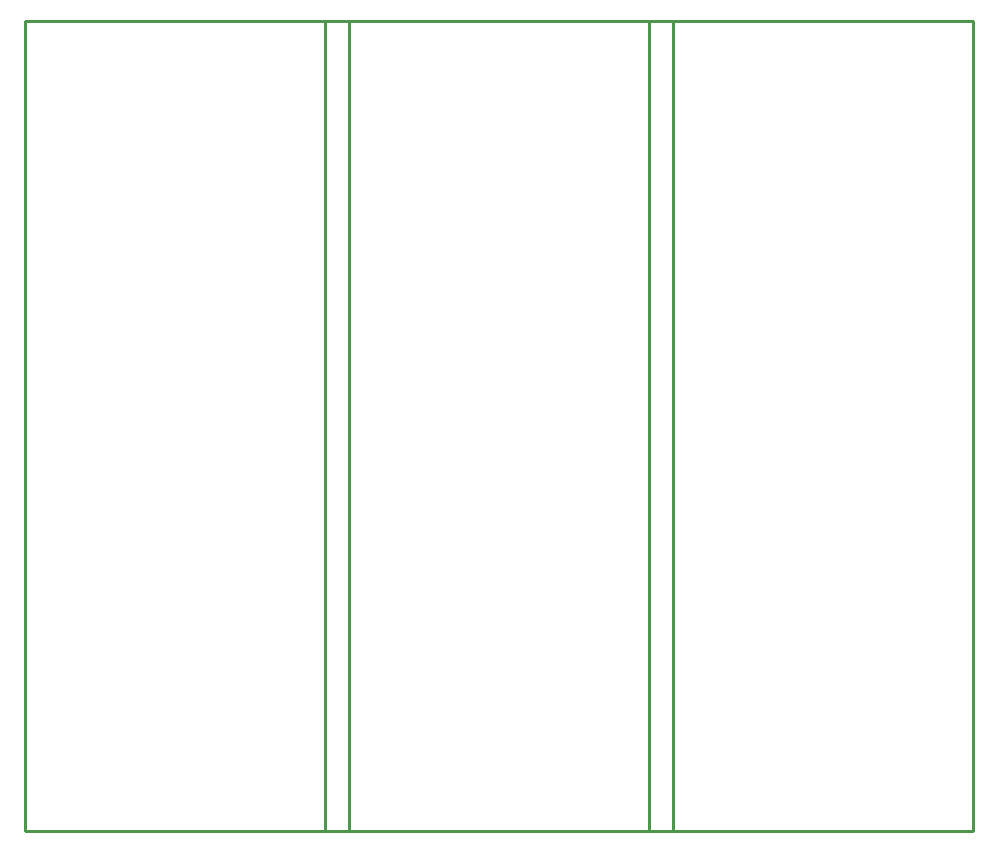
<source format=gko>
G04 Layer: BoardOutlineLayer*
G04 EasyEDA v6.5.23, 2023-04-11 19:59:39*
G04 c99d532640dc4cbf880a73e467a675c2,770f52a9c06342aeb7d9f723a0e8078a,10*
G04 Gerber Generator version 0.2*
G04 Scale: 100 percent, Rotated: No, Reflected: No *
G04 Dimensions in inches *
G04 leading zeros omitted , absolute positions ,3 integer and 6 decimal *
%FSLAX36Y36*%
%MOIN*%

%ADD10C,0.0100*%
D10*
X0Y0D02*
G01*
X1000000Y0D01*
X1000000Y-2700000D01*
X0Y-2700000D01*
X0Y0D01*
X1078739Y0D02*
G01*
X2078739Y0D01*
X2078739Y-2700000D01*
X1078739Y-2700000D01*
X1078739Y0D01*
X2157479Y0D02*
G01*
X3157479Y0D01*
X3157479Y-2700000D01*
X2157479Y-2700000D01*
X2157479Y0D01*
X0Y0D02*
G01*
X3157479Y0D01*
X3157479Y-2700000D01*
X0Y-2700000D01*
X0Y0D01*
X1078739Y0D02*
G01*
X1078739Y-2700000D01*
X1000000Y0D02*
G01*
X1000000Y-2700000D01*
X2157479Y0D02*
G01*
X2157479Y-2700000D01*
X2078739Y0D02*
G01*
X2078739Y-2700000D01*

%LPD*%
M02*

</source>
